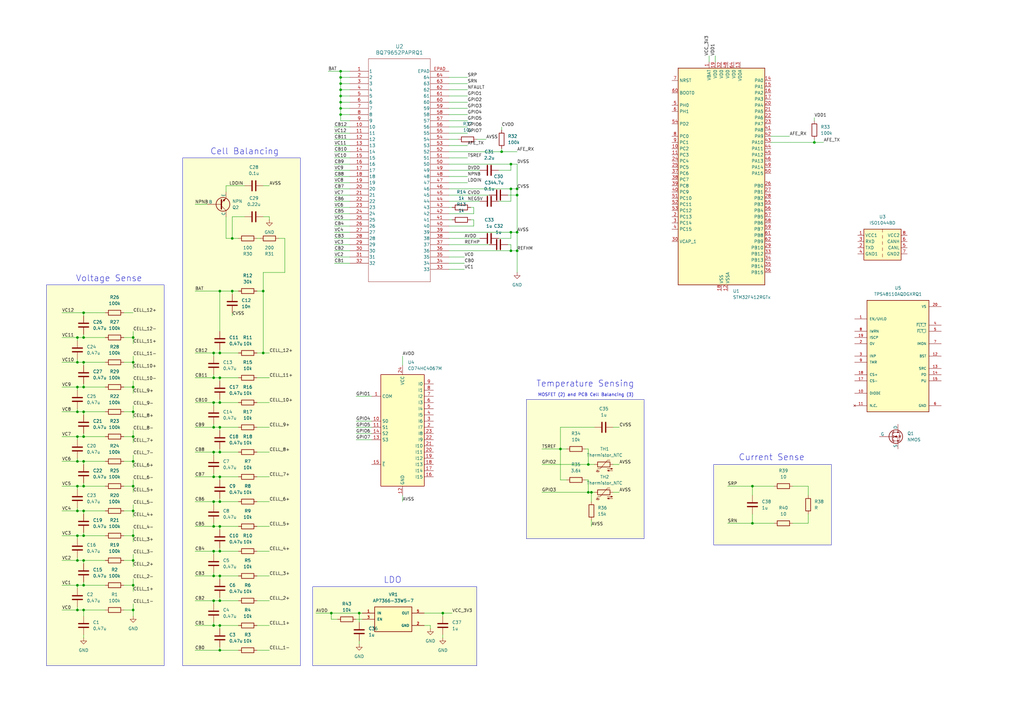
<source format=kicad_sch>
(kicad_sch (version 20250114) (generator "eeschema") (generator_version "9.0")
  (paper "A3")
  (rectangle (start 74.93 64.77) (end 123.19 273.05) (fill (type color) (color 252 255 209 1)))
  (rectangle (start 215.9 163.83) (end 264.16 220.98) (fill (type color) (color 252 255 209 1)))
  (rectangle (start 43.18 111.76) (end 43.18 111.76) (fill (type color) (color 255 249 164 1)))
  (rectangle (start 292.735 190.5) (end 340.995 223.52) (fill (type color) (color 252 255 209 1)))
  (rectangle (start 128.27 240.665) (end 195.58 273.05) (fill (type color) (color 252 255 209 1)))
  (rectangle (start 19.05 116.84) (end 67.31 273.05) (fill (type color) (color 252 255 209 1)))
  (text "Voltage Sense\n" (at 44.704 114.3 0) (effects (font (size 2.54 2.54))))
  (text "Current Sense\n" (at 316.484 187.706 0) (effects (font (size 2.54 2.54))))
  (text "MOSFET (2) and PCB Cell Balancing (3)" (at 240.284 162.052 0) (effects (font (size 1.27 1.27))))
  (text "Cell Balancing" (at 100.33 62.23 0) (effects (font (size 2.54 2.54))))
  (text "Temperature Sensing\n" (at 240.03 157.48 0) (effects (font (size 2.54 2.54))))
  (text "LDO" (at 161.036 237.998 0) (effects (font (size 2.54 2.54))))
  (junction (at 34.29 240.03))
  (junction (at 209.55 95.25))
  (junction (at 90.17 226.06))
  (junction (at 87.63 165.1))
  (junction (at 87.63 175.26))
  (junction (at 34.29 179.07))
  (junction (at 31.75 179.07))
  (junction (at 34.29 128.27))
  (junction (at 209.55 67.31))
  (junction (at 54.61 219.71))
  (junction (at 34.29 219.71))
  (junction (at 54.61 209.55))
  (junction (at 181.61 251.46))
  (junction (at 31.75 189.23))
  (junction (at 90.17 246.38))
  (junction (at 212.09 102.87))
  (junction (at 242.57 201.93))
  (junction (at 107.95 119.38))
  (junction (at 34.29 209.55))
  (junction (at 90.17 236.22))
  (junction (at 90.17 256.54))
  (junction (at 54.61 148.59))
  (junction (at 31.75 209.55))
  (junction (at 90.17 144.78))
  (junction (at 241.3 190.5))
  (junction (at 334.01 58.42))
  (junction (at 212.09 95.25))
  (junction (at 241.3 201.93))
  (junction (at 209.55 102.87))
  (junction (at 139.7 44.45))
  (junction (at 90.17 175.26))
  (junction (at 31.75 199.39))
  (junction (at 31.75 148.59))
  (junction (at 31.75 250.19))
  (junction (at 54.61 158.75))
  (junction (at 31.75 219.71))
  (junction (at 90.17 195.58))
  (junction (at 90.17 266.7))
  (junction (at 31.75 158.75))
  (junction (at 212.09 80.01))
  (junction (at 54.61 240.03))
  (junction (at 54.61 199.39))
  (junction (at 308.61 214.63))
  (junction (at 95.25 97.79))
  (junction (at 34.29 229.87))
  (junction (at 34.29 138.43))
  (junction (at 229.87 184.15))
  (junction (at 87.63 205.74))
  (junction (at 87.63 236.22))
  (junction (at 308.61 199.39))
  (junction (at 31.75 138.43))
  (junction (at 87.63 185.42))
  (junction (at 139.7 34.29))
  (junction (at 54.61 229.87))
  (junction (at 87.63 256.54))
  (junction (at 139.7 46.99))
  (junction (at 139.7 41.91))
  (junction (at 107.95 144.78))
  (junction (at 212.09 77.47))
  (junction (at 34.29 168.91))
  (junction (at 54.61 250.19))
  (junction (at 34.29 189.23))
  (junction (at 31.75 240.03))
  (junction (at 139.7 31.75))
  (junction (at 54.61 189.23))
  (junction (at 54.61 168.91))
  (junction (at 34.29 148.59))
  (junction (at 90.17 154.94))
  (junction (at 34.29 158.75))
  (junction (at 31.75 229.87))
  (junction (at 90.17 215.9))
  (junction (at 209.55 77.47))
  (junction (at 95.25 119.38))
  (junction (at 87.63 246.38))
  (junction (at 139.7 36.83))
  (junction (at 90.17 119.38))
  (junction (at 135.89 251.46))
  (junction (at 34.29 250.19))
  (junction (at 31.75 168.91))
  (junction (at 54.61 138.43))
  (junction (at 90.17 185.42))
  (junction (at 90.17 165.1))
  (junction (at 87.63 215.9))
  (junction (at 139.7 39.37))
  (junction (at 139.7 29.21))
  (junction (at 34.29 199.39))
  (junction (at 87.63 144.78))
  (junction (at 54.61 179.07))
  (junction (at 205.74 62.23))
  (junction (at 87.63 154.94))
  (junction (at 147.32 251.46))
  (junction (at 87.63 195.58))
  (junction (at 90.17 205.74))
  (junction (at 87.63 226.06))
  (wire (pts (xy 107.95 144.78) (xy 107.95 119.38)))
  (wire (pts (xy 87.63 165.1) (xy 87.63 166.37)))
  (wire (pts (xy 139.7 31.75) (xy 143.51 31.75)))
  (wire (pts (xy 184.15 59.69) (xy 191.77 59.69)))
  (wire (pts (xy 90.17 256.54) (xy 90.17 257.81)))
  (wire (pts (xy 143.51 49.53) (xy 139.7 49.53)))
  (wire (pts (xy 184.15 52.07) (xy 191.77 52.07)))
  (wire (pts (xy 25.4 209.55) (xy 31.75 209.55)))
  (wire (pts (xy 80.01 246.38) (xy 87.63 246.38)))
  (wire (pts (xy 135.89 251.46) (xy 135.89 254)))
  (wire (pts (xy 31.75 138.43) (xy 34.29 138.43)))
  (wire (pts (xy 134.62 29.21) (xy 139.7 29.21)))
  (wire (pts (xy 25.4 229.87) (xy 31.75 229.87)))
  (wire (pts (xy 139.7 34.29) (xy 139.7 36.83)))
  (wire (pts (xy 90.17 236.22) (xy 97.79 236.22)))
  (wire (pts (xy 34.29 148.59) (xy 43.18 148.59)))
  (wire (pts (xy 50.8 250.19) (xy 54.61 250.19)))
  (wire (pts (xy 80.01 165.1) (xy 87.63 165.1)))
  (wire (pts (xy 25.4 189.23) (xy 31.75 189.23)))
  (wire (pts (xy 31.75 147.32) (xy 31.75 148.59)))
  (wire (pts (xy 50.8 199.39) (xy 54.61 199.39)))
  (wire (pts (xy 139.7 36.83) (xy 143.51 36.83)))
  (wire (pts (xy 176.53 256.54) (xy 176.53 257.81)))
  (wire (pts (xy 184.15 46.99) (xy 191.77 46.99)))
  (wire (pts (xy 209.55 97.79) (xy 209.55 95.25)))
  (wire (pts (xy 184.15 62.23) (xy 205.74 62.23)))
  (wire (pts (xy 181.61 251.46) (xy 181.61 252.73)))
  (wire (pts (xy 212.09 77.47) (xy 212.09 80.01)))
  (wire (pts (xy 31.75 219.71) (xy 31.75 220.98)))
  (wire (pts (xy 54.61 156.21) (xy 54.61 158.75)))
  (wire (pts (xy 184.15 74.93) (xy 191.77 74.93)))
  (wire (pts (xy 229.87 196.85) (xy 232.41 196.85)))
  (wire (pts (xy 31.75 168.91) (xy 34.29 168.91)))
  (wire (pts (xy 184.15 64.77) (xy 191.77 64.77)))
  (wire (pts (xy 34.29 158.75) (xy 43.18 158.75)))
  (wire (pts (xy 105.41 154.94) (xy 110.49 154.94)))
  (wire (pts (xy 95.25 97.79) (xy 97.79 97.79)))
  (wire (pts (xy 209.55 77.47) (xy 209.55 82.55)))
  (wire (pts (xy 34.29 137.16) (xy 34.29 138.43)))
  (wire (pts (xy 34.29 189.23) (xy 34.29 190.5)))
  (wire (pts (xy 137.16 52.07) (xy 143.51 52.07)))
  (wire (pts (xy 184.15 34.29) (xy 191.77 34.29)))
  (wire (pts (xy 105.41 226.06) (xy 110.49 226.06)))
  (wire (pts (xy 34.29 148.59) (xy 34.29 149.86)))
  (wire (pts (xy 25.4 240.03) (xy 31.75 240.03)))
  (wire (pts (xy 137.16 69.85) (xy 143.51 69.85)))
  (wire (pts (xy 116.84 111.76) (xy 107.95 111.76)))
  (wire (pts (xy 31.75 209.55) (xy 34.29 209.55)))
  (wire (pts (xy 34.29 229.87) (xy 43.18 229.87)))
  (wire (pts (xy 90.17 224.79) (xy 90.17 226.06)))
  (wire (pts (xy 31.75 228.6) (xy 31.75 229.87)))
  (wire (pts (xy 137.16 95.25) (xy 143.51 95.25)))
  (wire (pts (xy 90.17 143.51) (xy 90.17 144.78)))
  (wire (pts (xy 54.61 158.75) (xy 54.61 161.29)))
  (wire (pts (xy 209.55 77.47) (xy 212.09 77.47)))
  (wire (pts (xy 193.04 90.17) (xy 194.31 90.17)))
  (wire (pts (xy 31.75 179.07) (xy 34.29 179.07)))
  (wire (pts (xy 31.75 138.43) (xy 31.75 139.7)))
  (wire (pts (xy 165.1 146.05) (xy 165.1 149.86)))
  (wire (pts (xy 31.75 199.39) (xy 31.75 200.66)))
  (wire (pts (xy 195.58 57.15) (xy 199.39 57.15)))
  (wire (pts (xy 229.87 184.15) (xy 232.41 184.15)))
  (wire (pts (xy 325.12 214.63) (xy 331.47 214.63)))
  (wire (pts (xy 87.63 153.67) (xy 87.63 154.94)))
  (wire (pts (xy 107.95 88.9) (xy 110.49 88.9)))
  (wire (pts (xy 240.03 196.85) (xy 241.3 196.85)))
  (wire (pts (xy 54.61 199.39) (xy 54.61 201.93)))
  (wire (pts (xy 31.75 148.59) (xy 34.29 148.59)))
  (wire (pts (xy 137.16 67.31) (xy 143.51 67.31)))
  (wire (pts (xy 90.17 154.94) (xy 90.17 156.21)))
  (wire (pts (xy 90.17 226.06) (xy 97.79 226.06)))
  (wire (pts (xy 146.05 172.72) (xy 152.4 172.72)))
  (wire (pts (xy 137.16 64.77) (xy 143.51 64.77)))
  (wire (pts (xy 80.01 215.9) (xy 87.63 215.9)))
  (wire (pts (xy 139.7 46.99) (xy 143.51 46.99)))
  (wire (pts (xy 184.15 90.17) (xy 185.42 90.17)))
  (wire (pts (xy 87.63 144.78) (xy 90.17 144.78)))
  (wire (pts (xy 146.05 254) (xy 148.59 254)))
  (wire (pts (xy 184.15 102.87) (xy 209.55 102.87)))
  (wire (pts (xy 90.17 144.78) (xy 97.79 144.78)))
  (wire (pts (xy 95.25 128.27) (xy 95.25 129.54)))
  (wire (pts (xy 25.4 148.59) (xy 31.75 148.59)))
  (wire (pts (xy 184.15 41.91) (xy 191.77 41.91)))
  (wire (pts (xy 80.01 226.06) (xy 87.63 226.06)))
  (wire (pts (xy 54.61 179.07) (xy 54.61 181.61)))
  (wire (pts (xy 90.17 119.38) (xy 95.25 119.38)))
  (wire (pts (xy 137.16 62.23) (xy 143.51 62.23)))
  (wire (pts (xy 139.7 34.29) (xy 143.51 34.29)))
  (wire (pts (xy 298.45 199.39) (xy 308.61 199.39)))
  (wire (pts (xy 137.16 54.61) (xy 143.51 54.61)))
  (wire (pts (xy 105.41 185.42) (xy 110.49 185.42)))
  (wire (pts (xy 34.29 218.44) (xy 34.29 219.71)))
  (wire (pts (xy 205.74 62.23) (xy 212.09 62.23)))
  (wire (pts (xy 95.25 88.9) (xy 100.33 88.9)))
  (wire (pts (xy 54.61 219.71) (xy 54.61 222.25)))
  (wire (pts (xy 92.71 76.2) (xy 100.33 76.2)))
  (wire (pts (xy 308.61 210.82) (xy 308.61 214.63)))
  (wire (pts (xy 87.63 154.94) (xy 90.17 154.94)))
  (wire (pts (xy 137.16 82.55) (xy 143.51 82.55)))
  (wire (pts (xy 54.61 227.33) (xy 54.61 229.87)))
  (wire (pts (xy 204.47 97.79) (xy 209.55 97.79)))
  (wire (pts (xy 90.17 256.54) (xy 97.79 256.54)))
  (wire (pts (xy 308.61 214.63) (xy 317.5 214.63)))
  (wire (pts (xy 80.01 195.58) (xy 87.63 195.58)))
  (wire (pts (xy 54.61 146.05) (xy 54.61 148.59)))
  (wire (pts (xy 87.63 246.38) (xy 90.17 246.38)))
  (wire (pts (xy 222.25 184.15) (xy 229.87 184.15)))
  (wire (pts (xy 25.4 158.75) (xy 31.75 158.75)))
  (wire (pts (xy 90.17 163.83) (xy 90.17 165.1)))
  (wire (pts (xy 34.29 260.35) (xy 34.29 261.62)))
  (wire (pts (xy 34.29 138.43) (xy 43.18 138.43)))
  (wire (pts (xy 90.17 175.26) (xy 97.79 175.26)))
  (wire (pts (xy 240.03 184.15) (xy 241.3 184.15)))
  (wire (pts (xy 241.3 184.15) (xy 241.3 190.5)))
  (wire (pts (xy 105.41 256.54) (xy 110.49 256.54)))
  (wire (pts (xy 80.01 175.26) (xy 87.63 175.26)))
  (wire (pts (xy 54.61 207.01) (xy 54.61 209.55)))
  (wire (pts (xy 54.61 250.19) (xy 54.61 252.73)))
  (wire (pts (xy 139.7 29.21) (xy 139.7 31.75)))
  (wire (pts (xy 181.61 260.35) (xy 181.61 261.62)))
  (wire (pts (xy 31.75 248.92) (xy 31.75 250.19)))
  (wire (pts (xy 34.29 168.91) (xy 43.18 168.91)))
  (wire (pts (xy 90.17 119.38) (xy 90.17 135.89)))
  (wire (pts (xy 95.25 97.79) (xy 95.25 88.9)))
  (wire (pts (xy 50.8 148.59) (xy 54.61 148.59)))
  (wire (pts (xy 80.01 236.22) (xy 87.63 236.22)))
  (wire (pts (xy 325.12 199.39) (xy 331.47 199.39)))
  (wire (pts (xy 54.61 209.55) (xy 54.61 212.09)))
  (wire (pts (xy 251.46 175.26) (xy 254 175.26)))
  (wire (pts (xy 242.57 213.36) (xy 242.57 215.9)))
  (wire (pts (xy 105.41 236.22) (xy 110.49 236.22)))
  (wire (pts (xy 173.99 256.54) (xy 176.53 256.54)))
  (wire (pts (xy 105.41 97.79) (xy 106.68 97.79)))
  (wire (pts (xy 184.15 105.41) (xy 190.5 105.41)))
  (wire (pts (xy 147.32 251.46) (xy 148.59 251.46)))
  (wire (pts (xy 209.55 100.33) (xy 209.55 102.87)))
  (wire (pts (xy 50.8 219.71) (xy 54.61 219.71)))
  (wire (pts (xy 105.41 175.26) (xy 110.49 175.26)))
  (wire (pts (xy 308.61 199.39) (xy 308.61 203.2)))
  (wire (pts (xy 209.55 102.87) (xy 212.09 102.87)))
  (wire (pts (xy 80.01 266.7) (xy 90.17 266.7)))
  (wire (pts (xy 90.17 175.26) (xy 90.17 176.53)))
  (wire (pts (xy 184.15 97.79) (xy 196.85 97.79)))
  (wire (pts (xy 137.16 87.63) (xy 143.51 87.63)))
  (wire (pts (xy 34.29 198.12) (xy 34.29 199.39)))
  (wire (pts (xy 194.31 87.63) (xy 194.31 85.09)))
  (wire (pts (xy 34.29 209.55) (xy 43.18 209.55)))
  (wire (pts (xy 90.17 246.38) (xy 97.79 246.38)))
  (wire (pts (xy 92.71 97.79) (xy 95.25 97.79)))
  (wire (pts (xy 116.84 97.79) (xy 116.84 111.76)))
  (wire (pts (xy 31.75 189.23) (xy 34.29 189.23)))
  (wire (pts (xy 90.17 185.42) (xy 97.79 185.42)))
  (wire (pts (xy 54.61 217.17) (xy 54.61 219.71)))
  (wire (pts (xy 95.25 119.38) (xy 97.79 119.38)))
  (wire (pts (xy 90.17 215.9) (xy 90.17 217.17)))
  (wire (pts (xy 87.63 173.99) (xy 87.63 175.26)))
  (wire (pts (xy 137.16 74.93) (xy 143.51 74.93)))
  (wire (pts (xy 31.75 229.87) (xy 34.29 229.87)))
  (wire (pts (xy 31.75 158.75) (xy 34.29 158.75)))
  (wire (pts (xy 50.8 240.03) (xy 54.61 240.03)))
  (wire (pts (xy 31.75 240.03) (xy 34.29 240.03)))
  (wire (pts (xy 137.16 102.87) (xy 143.51 102.87)))
  (wire (pts (xy 54.61 247.65) (xy 54.61 250.19)))
  (wire (pts (xy 34.29 250.19) (xy 34.29 252.73)))
  (wire (pts (xy 90.17 204.47) (xy 90.17 205.74)))
  (wire (pts (xy 229.87 175.26) (xy 243.84 175.26)))
  (wire (pts (xy 50.8 229.87) (xy 54.61 229.87)))
  (wire (pts (xy 184.15 100.33) (xy 200.66 100.33)))
  (wire (pts (xy 54.61 138.43) (xy 54.61 140.97)))
  (wire (pts (xy 87.63 144.78) (xy 87.63 146.05)))
  (wire (pts (xy 290.83 22.86) (xy 290.83 25.4)))
  (wire (pts (xy 222.25 190.5) (xy 241.3 190.5)))
  (wire (pts (xy 90.17 205.74) (xy 97.79 205.74)))
  (wire (pts (xy 137.16 97.79) (xy 143.51 97.79)))
  (wire (pts (xy 184.15 85.09) (xy 185.42 85.09)))
  (wire (pts (xy 139.7 41.91) (xy 143.51 41.91)))
  (wire (pts (xy 139.7 46.99) (xy 139.7 49.53)))
  (wire (pts (xy 87.63 185.42) (xy 90.17 185.42)))
  (wire (pts (xy 107.95 144.78) (xy 110.49 144.78)))
  (wire (pts (xy 90.17 165.1) (xy 97.79 165.1)))
  (wire (pts (xy 105.41 215.9) (xy 110.49 215.9)))
  (wire (pts (xy 293.37 22.86) (xy 293.37 25.4)))
  (wire (pts (xy 50.8 179.07) (xy 54.61 179.07)))
  (wire (pts (xy 80.01 256.54) (xy 87.63 256.54)))
  (wire (pts (xy 50.8 189.23) (xy 54.61 189.23)))
  (wire (pts (xy 139.7 31.75) (xy 139.7 34.29)))
  (wire (pts (xy 31.75 179.07) (xy 31.75 180.34)))
  (wire (pts (xy 92.71 88.9) (xy 92.71 97.79)))
  (wire (pts (xy 80.01 119.38) (xy 90.17 119.38)))
  (wire (pts (xy 25.4 219.71) (xy 31.75 219.71)))
  (wire (pts (xy 229.87 184.15) (xy 229.87 175.26)))
  (wire (pts (xy 80.01 185.42) (xy 87.63 185.42)))
  (wire (pts (xy 34.29 128.27) (xy 34.29 129.54)))
  (wire (pts (xy 135.89 254) (xy 138.43 254)))
  (wire (pts (xy 251.46 190.5) (xy 254 190.5)))
  (wire (pts (xy 331.47 210.82) (xy 331.47 214.63)))
  (wire (pts (xy 331.47 203.2) (xy 331.47 199.39)))
  (wire (pts (xy 34.29 179.07) (xy 43.18 179.07)))
  (wire (pts (xy 212.09 80.01) (xy 212.09 95.25)))
  (wire (pts (xy 137.16 72.39) (xy 143.51 72.39)))
  (wire (pts (xy 146.05 180.34) (xy 152.4 180.34)))
  (wire (pts (xy 105.41 119.38) (xy 107.95 119.38)))
  (wire (pts (xy 54.61 237.49) (xy 54.61 240.03)))
  (wire (pts (xy 54.61 166.37) (xy 54.61 168.91)))
  (wire (pts (xy 146.05 175.26) (xy 152.4 175.26)))
  (wire (pts (xy 139.7 44.45) (xy 143.51 44.45)))
  (wire (pts (xy 241.3 196.85) (xy 241.3 201.93)))
  (wire (pts (xy 34.29 157.48) (xy 34.29 158.75)))
  (wire (pts (xy 184.15 107.95) (xy 190.5 107.95)))
  (wire (pts (xy 316.23 58.42) (xy 334.01 58.42)))
  (wire (pts (xy 50.8 138.43) (xy 54.61 138.43)))
  (wire (pts (xy 54.61 240.03) (xy 54.61 242.57)))
  (wire (pts (xy 184.15 44.45) (xy 191.77 44.45)))
  (wire (pts (xy 90.17 215.9) (xy 97.79 215.9)))
  (wire (pts (xy 184.15 49.53) (xy 191.77 49.53)))
  (wire (pts (xy 137.16 77.47) (xy 143.51 77.47)))
  (wire (pts (xy 34.29 209.55) (xy 34.29 210.82)))
  (wire (pts (xy 184.15 77.47) (xy 209.55 77.47)))
  (wire (pts (xy 242.57 201.93) (xy 243.84 201.93)))
  (wire (pts (xy 54.61 186.69) (xy 54.61 189.23)))
  (wire (pts (xy 31.75 250.19) (xy 34.29 250.19)))
  (wire (pts (xy 105.41 144.78) (xy 107.95 144.78)))
  (wire (pts (xy 34.29 199.39) (xy 43.18 199.39)))
  (wire (pts (xy 87.63 226.06) (xy 87.63 227.33)))
  (wire (pts (xy 50.8 209.55) (xy 54.61 209.55)))
  (wire (pts (xy 181.61 251.46) (xy 185.42 251.46)))
  (wire (pts (xy 316.23 55.88) (xy 323.85 55.88)))
  (wire (pts (xy 184.15 57.15) (xy 187.96 57.15)))
  (wire (pts (xy 105.41 165.1) (xy 110.49 165.1)))
  (wire (pts (xy 205.74 52.07) (xy 205.74 53.34)))
  (wire (pts (xy 194.31 92.71) (xy 194.31 90.17)))
  (wire (pts (xy 184.15 95.25) (xy 209.55 95.25)))
  (wire (pts (xy 87.63 175.26) (xy 90.17 175.26)))
  (wire (pts (xy 241.3 201.93) (xy 242.57 201.93)))
  (wire (pts (xy 87.63 226.06) (xy 90.17 226.06)))
  (wire (pts (xy 80.01 144.78) (xy 87.63 144.78)))
  (wire (pts (xy 31.75 219.71) (xy 34.29 219.71)))
  (wire (pts (xy 184.15 31.75) (xy 191.77 31.75)))
  (wire (pts (xy 137.16 92.71) (xy 143.51 92.71)))
  (wire (pts (xy 87.63 255.27) (xy 87.63 256.54)))
  (wire (pts (xy 137.16 107.95) (xy 143.51 107.95)))
  (wire (pts (xy 34.29 128.27) (xy 43.18 128.27)))
  (wire (pts (xy 298.45 214.63) (xy 308.61 214.63)))
  (wire (pts (xy 87.63 205.74) (xy 90.17 205.74)))
  (wire (pts (xy 80.01 205.74) (xy 87.63 205.74)))
  (wire (pts (xy 90.17 195.58) (xy 97.79 195.58)))
  (wire (pts (xy 34.29 240.03) (xy 43.18 240.03)))
  (wire (pts (xy 87.63 185.42) (xy 87.63 186.69)))
  (wire (pts (xy 54.61 229.87) (xy 54.61 232.41)))
  (wire (pts (xy 251.46 201.93) (xy 254 201.93)))
  (wire (pts (xy 209.55 69.85) (xy 209.55 67.31)))
  (wire (pts (xy 146.05 162.56) (xy 152.4 162.56)))
  (wire (pts (xy 184.15 80.01) (xy 200.66 80.01)))
  (wire (pts (xy 25.4 128.27) (xy 34.29 128.27)))
  (wire (pts (xy 114.3 97.79) (xy 116.84 97.79)))
  (wire (pts (xy 50.8 158.75) (xy 54.61 158.75)))
  (wire (pts (xy 137.16 57.15) (xy 143.51 57.15)))
  (wire (pts (xy 34.29 219.71) (xy 43.18 219.71)))
  (wire (pts (xy 31.75 167.64) (xy 31.75 168.91)))
  (wire (pts (xy 34.29 238.76) (xy 34.29 240.03)))
  (wire (pts (xy 147.32 251.46) (xy 147.32 255.27)))
  (wire (pts (xy 146.05 177.8) (xy 152.4 177.8)))
  (wire (pts (xy 87.63 234.95) (xy 87.63 236.22)))
  (wire (pts (xy 50.8 168.91) (xy 54.61 168.91)))
  (wire (pts (xy 241.3 190.5) (xy 243.84 190.5)))
  (wire (pts (xy 107.95 76.2) (xy 110.49 76.2)))
  (wire (pts (xy 147.32 262.89) (xy 147.32 264.16)))
  (wire (pts (xy 34.29 189.23) (xy 43.18 189.23)))
  (wire (pts (xy 165.1 203.2) (xy 165.1 205.74)))
  (wire (pts (xy 31.75 199.39) (xy 34.29 199.39)))
  (wire (pts (xy 334.01 58.42) (xy 337.82 58.42)))
  (wire (pts (xy 54.61 148.59) (xy 54.61 151.13)))
  (wire (pts (xy 90.17 245.11) (xy 90.17 246.38)))
  (wire (pts (xy 25.4 179.07) (xy 31.75 179.07)))
  (wire (pts (xy 212.09 95.25) (xy 212.09 102.87)))
  (wire (pts (xy 34.29 229.87) (xy 34.29 231.14)))
  (wire (pts (xy 54.61 196.85) (xy 54.61 199.39)))
  (wire (pts (xy 229.87 184.15) (xy 229.87 196.85)))
  (wire (pts (xy 137.16 59.69) (xy 143.51 59.69)))
  (wire (pts (xy 31.75 158.75) (xy 31.75 160.02)))
  (wire (pts (xy 139.7 44.45) (xy 139.7 46.99)))
  (wire (pts (xy 92.71 78.74) (xy 92.71 76.2)))
  (wire (pts (xy 50.8 128.27) (xy 54.61 128.27)))
  (wire (pts (xy 212.09 67.31) (xy 212.09 77.47)))
  (wire (pts (xy 137.16 85.09) (xy 143.51 85.09)))
  (wire (pts (xy 137.16 105.41) (xy 143.51 105.41)))
  (wire (pts (xy 184.15 39.37) (xy 191.77 39.37)))
  (wire (pts (xy 54.61 189.23) (xy 54.61 191.77)))
  (wire (pts (xy 334.01 48.26) (xy 334.01 49.53)))
  (wire (pts (xy 139.7 36.83) (xy 139.7 39.37)))
  (wire (pts (xy 204.47 82.55) (xy 209.55 82.55)))
  (wire (pts (xy 80.01 83.82) (xy 85.09 83.82)))
  (wire (pts (xy 222.25 201.93) (xy 241.3 201.93)))
  (wire (pts (xy 90.17 236.22) (xy 90.17 237.49)))
  (wire (pts (xy 87.63 194.31) (xy 87.63 195.58)))
  (wire (pts (xy 209.55 95.25) (xy 212.09 95.25)))
  (wire (pts (xy 139.7 39.37) (xy 139.7 41.91)))
  (wire (pts (xy 135.89 251.46) (xy 147.32 251.46)))
  (wire (pts (xy 205.74 60.96) (xy 205.74 62.23)))
  (wire (pts (xy 90.17 195.58) (xy 90.17 196.85)))
  (wire (pts (xy 90.17 154.94) (xy 97.79 154.94)))
  (wire (pts (xy 34.29 250.19) (xy 43.18 250.19)))
  (wire (pts (xy 184.15 36.83) (xy 191.77 36.83)))
  (wire (pts (xy 31.75 187.96) (xy 31.75 189.23)))
  (wire (pts (xy 334.01 57.15) (xy 334.01 58.42)))
  (wire (pts (xy 208.28 80.01) (xy 212.09 80.01)))
  (wire (pts (xy 308.61 199.39) (xy 317.5 199.39)))
  (wire (pts (xy 34.29 177.8) (xy 34.29 179.07)))
  (wire (pts (xy 105.41 266.7) (xy 110.49 266.7)))
  (wire (pts (xy 31.75 208.28) (xy 31.75 209.55)))
  (wire (pts (xy 208.28 100.33) (xy 209.55 100.33)))
  (wire (pts (xy 87.63 195.58) (xy 90.17 195.58)))
  (wire (pts (xy 87.63 246.38) (xy 87.63 247.65)))
  (wire (pts (xy 87.63 256.54) (xy 90.17 256.54)))
  (wire (pts (xy 25.4 199.39) (xy 31.75 199.39)))
  (wire (pts (xy 242.57 201.93) (xy 242.57 205.74)))
  (wire (pts (xy 54.61 168.91) (xy 54.61 171.45)))
  (wire (pts (xy 25.4 138.43) (xy 31.75 138.43)))
  (wire (pts (xy 184.15 67.31) (xy 209.55 67.31)))
  (wire (pts (xy 105.41 205.74) (xy 110.49 205.74)))
  (wire (pts (xy 204.47 69.85) (xy 209.55 69.85)))
  (wire (pts (xy 25.4 250.19) (xy 31.75 250.19)))
  (wire (pts (xy 184.15 87.63) (xy 194.31 87.63)))
  (wire (pts (xy 87.63 236.22) (xy 90.17 236.22)))
  (wire (pts (xy 212.09 102.87) (xy 212.09 111.76)))
  (wire (pts (xy 184.15 69.85) (xy 196.85 69.85)))
  (wire (pts (xy 87.63 215.9) (xy 90.17 215.9)))
  (wire (pts (xy 25.4 168.91) (xy 31.75 168.91)))
  (wire (pts (xy 139.7 29.21) (xy 143.51 29.21)))
  (wire (pts (xy 87.63 214.63) (xy 87.63 215.9)))
  (wire (pts (xy 34.29 168.91) (xy 34.29 170.18)))
  (wire (pts (xy 184.15 72.39) (xy 191.77 72.39)))
  (wire (pts (xy 90.17 184.15) (xy 90.17 185.42)))
  (wire (pts (xy 54.61 176.53) (xy 54.61 179.07)))
  (wire (pts (xy 139.7 41.91) (xy 139.7 44.45)))
  (wire (pts (xy 137.16 90.17) (xy 143.51 90.17)))
  (wire (pts (xy 139.7 39.37) (xy 143.51 39.37)))
  (wire (pts (xy 193.04 85.09) (xy 194.31 85.09)))
  (wire (pts (xy 105.41 246.38) (xy 110.49 246.38)))
  (wire (pts (xy 107.95 111.76) (xy 107.95 119.38)))
  (wire (pts (xy 54.61 135.89) (xy 54.61 138.43)))
  (wire (pts (xy 173.99 251.46) (xy 181.61 251.46)))
  (wire (pts (xy 129.54 251.46) (xy 135.89 251.46)))
  (wire (pts (xy 90.17 265.43) (xy 90.17 266.7)))
  (wire (pts (xy 90.17 266.7) (xy 97.79 266.7)))
  (wire (pts (xy 184.15 82.55) (xy 196.85 82.55)))
  (wire (pts (xy 137.16 80.01) (xy 143.51 80.01)))
  (wire (pts (xy 80.01 154.94) (xy 87.63 154.94)))
  (wire (pts (xy 209.55 67.31) (xy 212.09 67.31)))
  (wire (pts (xy 184.15 92.71) (xy 194.31 92.71)))
  (wire (pts (xy 87.63 205.74) (xy 87.63 207.01)))
  (wire (pts (xy 31.75 240.03) (xy 31.75 241.3)))
  (wire (pts (xy 110.49 88.9) (xy 110.49 90.17)))
  (wire (pts (xy 105.41 195.58) (xy 110.49 195.58)))
  (wire (pts (xy 184.15 54.61) (xy 191.77 54.61)))
  (wire (pts (xy 87.63 165.1) (xy 90.17 165.1)))
  (wire (pts (xy 95.25 119.38) (xy 95.25 120.65)))
  (wire (pts (xy 184.15 110.49) (xy 190.5 110.49)))
  (wire (pts (xy 137.16 100.33) (xy 143.51 100.33)))
  (label "VC12" (at 137.16 54.61 0))
  (label "CELL_4+" (at 110.49 226.06 0))
  (label "CB9" (at 80.01 175.26 0))
  (label "VC4" (at 25.4 209.55 0))
  (label "CB12" (at 80.01 144.78 0))
  (label "CB7" (at 137.16 77.47 0))
  (label "CELL_9+" (at 54.61 161.29 0))
  (label "VC1" (at 190.5 110.49 0))
  (label "CELL_2+" (at 110.49 246.38 0))
  (label "GPIO1" (at 191.77 39.37 0))
  (label "CB0" (at 80.01 266.7 0))
  (label "CB1" (at 137.16 107.95 0))
  (label "VC1" (at 25.4 240.03 0))
  (label "NPNB" (at 80.01 83.82 0))
  (label "CB2" (at 137.16 102.87 0))
  (label "CELL_8+" (at 110.49 185.42 0))
  (label "SRN" (at 298.45 214.63 0))
  (label "VC4" (at 137.16 95.25 0))
  (label "CVSS" (at 212.09 77.47 0))
  (label "CB11" (at 80.01 154.94 0))
  (label "VC5" (at 137.16 90.17 0))
  (label "VC12" (at 25.4 128.27 0))
  (label "CELL_6-" (at 54.61 196.85 0))
  (label "REFHM" (at 212.09 102.87 0))
  (label "AVDD" (at 190.5 97.79 0))
  (label "VC11" (at 137.16 59.69 0))
  (label "CELL_12+" (at 110.49 144.78 0))
  (label "BAT" (at 134.62 29.21 0))
  (label "AVDD" (at 129.54 251.46 0))
  (label "CELL_1+" (at 54.61 242.57 0))
  (label "GPIO4" (at 191.77 46.99 0))
  (label "CELL_4-" (at 54.61 217.17 0))
  (label "VC6" (at 25.4 189.23 0))
  (label "CB1" (at 80.01 256.54 0))
  (label "CELL_12+" (at 54.61 128.27 0))
  (label "NFAULT" (at 191.77 36.83 0))
  (label "AFE_RX" (at 212.09 62.23 0))
  (label "LDOIN" (at 93.98 76.2 0))
  (label "CB11" (at 137.16 57.15 0))
  (label "VC9" (at 137.16 69.85 0))
  (label "CB10" (at 137.16 62.23 0))
  (label "GPIO2" (at 191.77 41.91 0))
  (label "AVSS" (at 242.57 215.9 0))
  (label "VC0" (at 25.4 250.19 0))
  (label "CELL_9+" (at 110.49 175.26 0))
  (label "CELL_10-" (at 54.61 156.21 0))
  (label "GPIO3" (at 191.77 44.45 0))
  (label "TSREF" (at 222.25 184.15 0))
  (label "CVSS" (at 95.25 129.54 0))
  (label "CELL_2+" (at 54.61 232.41 0))
  (label "CB7" (at 80.01 195.58 0))
  (label "VC2" (at 25.4 229.87 0))
  (label "CB3" (at 137.16 97.79 0))
  (label "CB3" (at 80.01 236.22 0))
  (label "NEG5V" (at 191.77 82.55 0))
  (label "NPNB" (at 191.77 72.39 0))
  (label "CB12" (at 137.16 52.07 0))
  (label "CELL_5+" (at 110.49 215.9 0))
  (label "AFE_RX" (at 323.85 55.88 0))
  (label "SRN" (at 191.77 34.29 0))
  (label "GPIO7" (at 146.05 180.34 0))
  (label "CELL_7+" (at 54.61 181.61 0))
  (label "CELL_11+" (at 54.61 140.97 0))
  (label "AVSS" (at 199.39 57.15 0))
  (label "CB4" (at 80.01 226.06 0))
  (label "VC5" (at 25.4 199.39 0))
  (label "DVSS" (at 212.09 67.31 0))
  (label "CB6" (at 137.16 82.55 0))
  (label "VCC_3V3" (at 290.83 22.86 90))
  (label "CELL_7+" (at 110.49 195.58 0))
  (label "CELL_5+" (at 54.61 201.93 0))
  (label "REFHP" (at 190.5 100.33 0))
  (label "CB6" (at 80.01 205.74 0))
  (label "VC3" (at 25.4 219.71 0))
  (label "CELL_1+" (at 110.49 256.54 0))
  (label "GPIO7" (at 191.77 54.61 0))
  (label "BAT" (at 80.01 119.38 0))
  (label "CELL_2-" (at 54.61 237.49 0))
  (label "AFE_TX" (at 337.82 58.42 0))
  (label "CELL_11+" (at 110.49 154.94 0))
  (label "GPIO2" (at 222.25 190.5 0))
  (label "CELL_3-" (at 54.61 227.33 0))
  (label "CELL_7-" (at 54.61 186.69 0))
  (label "AVDD" (at 165.1 146.05 0))
  (label "VC0" (at 190.5 105.41 0))
  (label "AFE_TX" (at 191.77 59.69 0))
  (label "CELL_6+" (at 54.61 191.77 0))
  (label "GPIO4" (at 146.05 172.72 0))
  (label "CB9" (at 137.16 67.31 0))
  (label "AVSS" (at 212.09 95.25 0))
  (label "AVSS" (at 110.49 76.2 0))
  (label "CVDD" (at 191.77 80.01 0))
  (label "GPIO3" (at 222.25 201.93 0))
  (label "CB2" (at 80.01 246.38 0))
  (label "VCC_3V3" (at 185.42 251.46 0))
  (label "VC7" (at 137.16 80.01 0))
  (label "VC7" (at 25.4 179.07 0))
  (label "VC8" (at 25.4 168.91 0))
  (label "AVSS" (at 254 201.93 0))
  (label "CB8" (at 80.01 185.42 0))
  (label "CVDD" (at 205.74 52.07 0))
  (label "GPIO5" (at 191.77 49.53 0))
  (label "GPIO6" (at 146.05 177.8 0))
  (label "GPIO6" (at 191.77 52.07 0))
  (label "CELL_1-" (at 54.61 247.65 0))
  (label "CELL_10+" (at 110.49 165.1 0))
  (label "CB5" (at 80.01 215.9 0))
  (label "CELL_1-" (at 110.49 266.7 0))
  (label "GPIO5" (at 146.05 175.26 0))
  (label "VC3" (at 137.16 100.33 0))
  (label "CELL_5-" (at 54.61 207.01 0))
  (label "GPIO1" (at 146.05 162.56 0))
  (label "CELL_6+" (at 110.49 205.74 0))
  (label "VC9" (at 25.4 158.75 0))
  (label "CELL_3+" (at 54.61 222.25 0))
  (label "CB10" (at 80.01 165.1 0))
  (label "VC8" (at 137.16 74.93 0))
  (label "CVSS" (at 254 175.26 0))
  (label "CELL_8+" (at 54.61 171.45 0))
  (label "CELL_11-" (at 54.61 146.05 0))
  (label "CELL_12-" (at 54.61 135.89 0))
  (label "VC10" (at 137.16 64.77 0))
  (label "CELL_4+" (at 54.61 212.09 0))
  (label "CB0" (at 190.5 107.95 0))
  (label "CELL_9-" (at 54.61 166.37 0))
  (label "SRP" (at 298.45 199.39 0))
  (label "CELL_8-" (at 54.61 176.53 0))
  (label "VC10" (at 25.4 148.59 0))
  (label "CB8" (at 137.16 72.39 0))
  (label "VDD1" (at 334.01 48.26 0))
  (label "VDD1" (at 293.37 22.86 90))
  (label "AVSS" (at 165.1 205.74 0))
  (label "VC2" (at 137.16 105.41 0))
  (label "VC11" (at 25.4 138.43 0))
  (label "DVDD" (at 191.77 69.85 0))
  (label "LDOIN" (at 191.77 74.93 0))
  (label "VC6" (at 137.16 85.09 0))
  (label "CB5" (at 137.16 87.63 0))
  (label "AVSS" (at 254 190.5 0))
  (label "SRP" (at 191.77 31.75 0))
  (label "CELL_10+" (at 54.61 151.13 0))
  (label "TSREF" (at 191.77 64.77 0))
  (label "CELL_3+" (at 110.49 236.22 0))
  (label "CB4" (at 137.16 92.71 0))
  (symbol (lib_id "Device:R") (at 101.6 97.79 90) (mirror x) (unit 1)
    (property "Reference" "R30" (at 101.6 104.14 90))
    (property "Value" "100" (at 101.6 101.6 90))
    (property "Description" "Resistor" (effects (hide yes)))
  )
  (symbol (lib_id "Device:R") (at 46.99 250.19 90) (unit 1)
    (property "Reference" "R1" (at 46.99 243.84 90))
    (property "Value" "100k" (at 46.99 246.38 90))
    (property "Description" "Resistor" (effects (hide yes)))
  )
  (symbol (lib_id "Device:C") (at 31.75 163.83 0) (unit 1)
    (property "Reference" "C25" (at 35.56 162.5599 0) (effects (justify left)))
    (property "Value" "0.47u" (at 35.56 165.0999 0) (effects (justify left)))
    (property "Description" "Unpolarized capacitor" (effects (hide yes)))
  )
  (symbol (lib_id "Device:C") (at 90.17 241.3 0) (unit 1)
    (property "Reference" "C6" (at 93.98 240.0299 0) (effects (justify left)))
    (property "Value" "0.47u" (at 93.98 242.5699 0) (effects (justify left)))
    (property "Description" "Unpolarized capacitor" (effects (hide yes)))
  )
  (symbol (lib_id "Device:C") (at 247.65 175.26 90) (unit 1)
    (property "Reference" "C35" (at 247.65 167.64 90))
    (property "Value" "1u" (at 247.65 170.18 90))
    (property "Description" "Unpolarized capacitor" (effects (hide yes)))
  )
  (symbol (lib_id "Device:R") (at 46.99 148.59 90) (unit 1)
    (property "Reference" "R28" (at 46.99 142.24 90))
    (property "Value" "100k" (at 46.99 144.78 90))
    (property "Description" "Resistor" (effects (hide yes)))
  )
  (symbol (lib_id "Device:R") (at 46.99 158.75 90) (unit 1)
    (property "Reference" "R29" (at 46.99 152.4 90))
    (property "Value" "100k" (at 46.99 154.94 90))
    (property "Description" "Resistor" (effects (hide yes)))
  )
  (symbol (lib_id "Device:C") (at 181.61 256.54 0) (unit 1)
    (property "Reference" "C37" (at 185.42 255.2699 0) (effects (justify left)))
    (property "Value" "1u" (at 185.42 257.8099 0) (effects (justify left)))
    (property "Description" "Unpolarized capacitor" (effects (hide yes)))
  )
  (symbol (lib_id "Device:C") (at 104.14 76.2 270) (mirror x) (unit 1)
    (property "Reference" "C28" (at 104.14 68.58 90))
    (property "Value" "0.1u" (at 104.14 71.12 90))
    (property "Description" "Unpolarized capacitor" (effects (hide yes)))
  )
  (symbol (lib_id "Device:R") (at 142.24 254 90) (unit 1)
    (property "Reference" "R43" (at 142.24 247.65 90))
    (property "Value" "10k" (at 142.24 250.19 90))
    (property "Description" "Resistor" (effects (hide yes)))
  )
  (symbol (lib_id "Device:R") (at 191.77 57.15 90) (unit 1)
    (property "Reference" "R37" (at 191.77 50.8 90))
    (property "Value" "10k" (at 191.77 53.34 90))
    (property "Description" "Resistor" (effects (hide yes)))
  )
  (symbol (lib_id "TPS48110AQDGXRQ1:TPS48110AQDGXRQ1") (at 368.3 146.05 0) (unit 1)
    (property "Reference" "U5" (at 368.3 118.11 0))
    (property "Value" "TPS48110AQDGXRQ1" (at 368.3 120.65 0))
    (property "Footprint" "TPS48110AQDGXRQ1:IC_TPS48110AQDGXRQ1" (effects (hide yes)))
    (property "MF" "Texas Instruments" (effects (hide yes)))
    (property "MAXIMUM_PACKAGE_HEIGHT" "1.10mm" (effects (hide yes)))
    (property "Package" "TFSOP-20 Texas Instruments" (effects (hide yes)))
    (property "Price" "None" (effects (hide yes)))
    (property "Check_prices" "https://www.snapeda.com/parts/TPS48110AQDGXRQ1/Texas+Instruments/view-part/?ref=eda" (effects (hide yes)))
    (property "STANDARD" "Manufacturer Recommendations" (effects (hide yes)))
    (property "PARTREV" "D" (effects (hide yes)))
    (property "SnapEDA_Link" "https://www.snapeda.com/parts/TPS48110AQDGXRQ1/Texas+Instruments/view-part/?ref=snap" (effects (hide yes)))
    (property "MP" "TPS48110AQDGXRQ1" (effects (hide yes)))
    (property "Description_1" "Automotive, 3.5V to 100V high-side driver with protection and diagnostics" (effects (hide yes)))
    (property "Availability" "In Stock" (effects (hide yes)))
    (property "MANUFACTURER" "Texas Instruments" (effects (hide yes)))
  )
  (symbol (lib_id "Device:R") (at 46.99 179.07 90) (unit 1)
    (property "Reference" "R23" (at 46.99 172.72 90))
    (property "Value" "100k" (at 46.99 175.26 90))
    (property "Description" "Resistor" (effects (hide yes)))
  )
  (symbol (lib_id "Device:R") (at 110.49 97.79 90) (mirror x) (unit 1)
    (property "Reference" "R31" (at 110.49 104.14 90))
    (property "Value" "200" (at 110.49 101.6 90))
    (property "Description" "Resistor" (effects (hide yes)))
  )
  (symbol (lib_id "Device:C") (at 308.61 207.01 0) (unit 1)
    (property "Reference" "C38" (at 312.42 205.7399 0) (effects (justify left)))
    (property "Value" "1u" (at 312.42 208.2799 0) (effects (justify left)))
    (property "Description" "Unpolarized capacitor" (effects (hide yes)))
  )
  (symbol (lib_id "Device:R") (at 321.31 199.39 270) (unit 1)
    (property "Reference" "R39" (at 321.31 193.04 90))
    (property "Value" "10" (at 321.31 195.58 90))
    (property "Description" "Resistor" (effects (hide yes)))
  )
  (symbol (lib_id "Device:R") (at 101.6 226.06 90) (unit 1)
    (property "Reference" "R10" (at 101.6 219.71 90))
    (property "Value" "10k" (at 101.6 222.25 90))
    (property "Description" "Resistor" (effects (hide yes)))
  )
  (symbol (lib_id "Device:R") (at 334.01 53.34 0) (unit 1)
    (property "Reference" "R33" (at 336.55 52.0699 0) (effects (justify left)))
    (property "Value" "100k" (at 336.55 54.6099 0) (effects (justify left)))
    (property "Description" "Resistor" (effects (hide yes)))
  )
  (symbol (lib_id "power:GND") (at 176.53 257.81 0) (unit 1)
    (property "Reference" "#PWR06" (effects (hide yes)))
    (property "Value" "GND" (at 176.53 262.89 0))
    (property "Description" "Power symbol creates a global label with name \"GND\" , ground" (effects (hide yes)))
  )
  (symbol (lib_id "Device:R") (at 101.6 185.42 90) (unit 1)
    (property "Reference" "R18" (at 101.6 179.07 90))
    (property "Value" "10k" (at 101.6 181.61 90))
    (property "Description" "Resistor" (effects (hide yes)))
  )
  (symbol (lib_id "Device:C") (at 34.29 153.67 0) (unit 1)
    (property "Reference" "C27" (at 38.1 152.3999 0) (effects (justify left)))
    (property "Value" "0.47u" (at 38.1 154.9399 0) (effects (justify left)))
    (property "Description" "Unpolarized capacitor" (effects (hide yes)))
  )
  (symbol (lib_id "Device:C") (at 87.63 231.14 0) (unit 1)
    (property "Reference" "C5" (at 91.44 229.8699 0) (effects (justify left)))
    (property "Value" "0.47u" (at 91.44 232.4099 0) (effects (justify left)))
    (property "Description" "Unpolarized capacitor" (effects (hide yes)))
  )
  (symbol (lib_id "Device:C") (at 34.29 194.31 0) (unit 1)
    (property "Reference" "C22" (at 38.1 193.0399 0) (effects (justify left)))
    (property "Value" "0.47u" (at 38.1 195.5799 0) (effects (justify left)))
    (property "Description" "Unpolarized capacitor" (effects (hide yes)))
  )
  (symbol (lib_id "power:GND") (at 212.09 111.76 0) (unit 1)
    (property "Reference" "#PWR03" (effects (hide yes)))
    (property "Value" "GND" (at 212.09 116.84 0))
    (property "Description" "Power symbol creates a global label with name \"GND\" , ground" (effects (hide yes)))
  )
  (symbol (lib_id "Device:Thermistor_NTC") (at 247.65 190.5 90) (unit 1)
    (property "Reference" "TH1" (at 247.9675 184.15 90))
    (property "Value" "Thermistor_NTC" (at 247.9675 186.69 90))
    (property "Description" "Temperature dependent resistor, negative temperature coefficient" (effects (hide yes)))
  )
  (symbol (lib_id "Device:C") (at 87.63 170.18 0) (unit 1)
    (property "Reference" "C14" (at 91.44 168.9099 0) (effects (justify left)))
    (property "Value" "0.47u" (at 91.44 171.4499 0) (effects (justify left)))
    (property "Description" "Unpolarized capacitor" (effects (hide yes)))
  )
  (symbol (lib_id "Device:C") (at 31.75 204.47 0) (unit 1)
    (property "Reference" "C23" (at 35.56 203.1999 0) (effects (justify left)))
    (property "Value" "0.47u" (at 35.56 205.7399 0) (effects (justify left)))
    (property "Description" "Unpolarized capacitor" (effects (hide yes)))
  )
  (symbol (lib_id "Device:R") (at 46.99 128.27 90) (unit 1)
    (property "Reference" "R26" (at 46.99 121.92 90))
    (property "Value" "100k" (at 46.99 124.46 90))
    (property "Description" "Resistor" (effects (hide yes)))
  )
  (symbol (lib_id "Device:R") (at 101.6 205.74 90) (unit 1)
    (property "Reference" "R8" (at 101.6 199.39 90))
    (property "Value" "10k" (at 101.6 201.93 90))
    (property "Description" "Resistor" (effects (hide yes)))
  )
  (symbol (lib_id "Device:C") (at 104.14 88.9 90) (unit 1)
    (property "Reference" "C29" (at 104.14 81.28 90))
    (property "Value" "0.22u" (at 104.14 83.82 90))
    (property "Description" "Unpolarized capacitor" (effects (hide yes)))
  )
  (symbol (lib_id "Device:R") (at 46.99 189.23 90) (unit 1)
    (property "Reference" "R24" (at 46.99 182.88 90))
    (property "Value" "100k" (at 46.99 185.42 90))
    (property "Description" "Resistor" (effects (hide yes)))
  )
  (symbol (lib_id "Device:R") (at 46.99 219.71 90) (unit 1)
    (property "Reference" "R21" (at 46.99 213.36 90))
    (property "Value" "100k" (at 46.99 215.9 90))
    (property "Description" "Resistor" (effects (hide yes)))
  )
  (symbol (lib_id "Device:C") (at 147.32 259.08 0) (unit 1)
    (property "Reference" "C36" (at 151.13 257.8099 0) (effects (justify left)))
    (property "Value" "1u" (at 151.13 260.3499 0) (effects (justify left)))
    (property "Description" "Unpolarized capacitor" (effects (hide yes)))
  )
  (symbol (lib_id "Device:R") (at 101.6 246.38 90) (unit 1)
    (property "Reference" "R6" (at 101.6 240.03 90))
    (property "Value" "10k" (at 101.6 242.57 90))
    (property "Description" "Resistor" (effects (hide yes)))
  )
  (symbol (lib_id "Device:C") (at 200.66 97.79 90) (unit 1)
    (property "Reference" "C33" (at 200.66 90.17 90))
    (property "Value" "1u" (at 200.66 92.71 90))
    (property "Description" "Unpolarized capacitor" (effects (hide yes)))
  )
  (symbol (lib_id "Device:C") (at 90.17 180.34 0) (unit 1)
    (property "Reference" "C18" (at 93.98 179.0699 0) (effects (justify left)))
    (property "Value" "0.47u" (at 93.98 181.6099 0) (effects (justify left)))
    (property "Description" "Unpolarized capacitor" (effects (hide yes)))
  )
  (symbol (lib_id "Device:Thermistor_NTC") (at 247.65 201.93 90) (unit 1)
    (property "Reference" "TH2" (at 247.9675 195.58 90))
    (property "Value" "Thermistor_NTC" (at 247.9675 198.12 90))
    (property "Description" "Temperature dependent resistor, negative temperature coefficient" (effects (hide yes)))
  )
  (symbol (lib_id "Device:C") (at 31.75 184.15 0) (unit 1)
    (property "Reference" "C20" (at 35.56 182.8799 0) (effects (justify left)))
    (property "Value" "0.47u" (at 35.56 185.4199 0) (effects (justify left)))
    (property "Description" "Unpolarized capacitor" (effects (hide yes)))
  )
  (symbol (lib_id "Device:C") (at 34.29 133.35 0) (unit 1)
    (property "Reference" "C26" (at 38.1 132.0799 0) (effects (justify left)))
    (property "Value" "0.47u" (at 38.1 134.6199 0) (effects (justify left)))
    (property "Description" "Unpolarized capacitor" (effects (hide yes)))
  )
  (symbol (lib_id "Device:C") (at 90.17 200.66 0) (unit 1)
    (property "Reference" "C9" (at 93.98 199.3899 0) (effects (justify left)))
    (property "Value" "0.47u" (at 93.98 201.9299 0) (effects (justify left)))
    (property "Description" "Unpolarized capacitor" (effects (hide yes)))
  )
  (symbol (lib_id "Device:R") (at 236.22 196.85 90) (unit 1)
    (property "Reference" "R35" (at 236.22 190.5 90))
    (property "Value" "3.6k" (at 236.22 193.04 90))
    (property "Description" "Resistor" (effects (hide yes)))
  )
  (symbol (lib_id "Device:R") (at 46.99 138.43 90) (unit 1)
    (property "Reference" "R27" (at 46.99 132.08 90))
    (property "Value" "100k" (at 46.99 134.62 90))
    (property "Description" "Resistor" (effects (hide yes)))
  )
  (symbol (lib_id "Device:R") (at 46.99 229.87 90) (unit 1)
    (property "Reference" "R19" (at 46.99 223.52 90))
    (property "Value" "100k" (at 46.99 226.06 90))
    (property "Description" "Resistor" (effects (hide yes)))
  )
  (symbol (lib_id "Device:R") (at 205.74 57.15 0) (unit 1)
    (property "Reference" "R32" (at 208.28 55.8799 0) (effects (justify left)))
    (property "Value" "100k" (at 208.28 58.4199 0) (effects (justify left)))
    (property "Description" "Resistor" (effects (hide yes)))
  )
  (symbol (lib_id "BQ79612:BQ79612PAPRQ1") (at 143.51 29.21 0) (unit 1)
    (property "Reference" "U2" (at 163.83 19.05 0) (effects (font (size 1.524 1.524))))
    (property "Value" "BQ79652PAPRQ1" (at 163.83 21.59 0) (effects (font (size 1.524 1.524))))
    (property "Footprint" "footprints:QFP_2PAPRQ1_TEX" (effects (hide yes)))
    (property "Datasheet" "https://www.ti.com/lit/gpn/bq79652-q1" (effects (hide yes)))
  )
  (symbol (lib_id "Device:C") (at 204.47 100.33 90) (unit 1)
    (property "Reference" "C32" (at 204.47 92.71 90))
    (property "Value" "1u" (at 204.47 95.25 90))
    (property "Description" "Unpolarized capacitor" (effects (hide yes)))
  )
  (symbol (lib_id "Device:C") (at 34.29 214.63 0) (unit 1)
    (property "Reference" "C19" (at 38.1 213.3599 0) (effects (justify left)))
    (property "Value" "0.47u" (at 38.1 215.8999 0) (effects (justify left)))
    (property "Description" "Unpolarized capacitor" (effects (hide yes)))
  )
  (symbol (lib_id "power:GND") (at 181.61 261.62 0) (unit 1)
    (property "Reference" "#PWR07" (effects (hide yes)))
    (property "Value" "GND" (at 181.61 266.7 0))
    (property "Description" "Power symbol creates a global label with name \"GND\" , ground" (effects (hide yes)))
  )
  (symbol (lib_id "Device:C") (at 34.29 256.54 0) (unit 1)
    (property "Reference" "C1" (at 38.1 255.2699 0) (effects (justify left)))
    (property "Value" "0.47u" (at 38.1 257.8099 0) (effects (justify left)))
    (property "Description" "Unpolarized capacitor" (effects (hide yes)))
  )
  (symbol (lib_id "Device:R") (at 101.6 119.38 90) (unit 1)
    (property "Reference" "R12" (at 101.6 113.03 90))
    (property "Value" "30k" (at 101.6 115.57 90))
    (property "Description" "Resistor" (effects (hide yes)))
  )
  (symbol (lib_id "Device:C") (at 95.25 124.46 0) (unit 1)
    (property "Reference" "C12" (at 99.06 123.1899 0) (effects (justify left)))
    (property "Value" "10n" (at 99.06 125.7299 0) (effects (justify left)))
    (property "Description" "Unpolarized capacitor" (effects (hide yes)))
  )
  (symbol (lib_id "Device:R") (at 46.99 240.03 90) (unit 1)
    (property "Reference" "R2" (at 46.99 233.68 90))
    (property "Value" "100k" (at 46.99 236.22 90))
    (property "Description" "Resistor" (effects (hide yes)))
  )
  (symbol (lib_id "Device:C") (at 90.17 220.98 0) (unit 1)
    (property "Reference" "C10" (at 93.98 219.7099 0) (effects (justify left)))
    (property "Value" "0.47u" (at 93.98 222.2499 0) (effects (justify left)))
    (property "Description" "Unpolarized capacitor" (effects (hide yes)))
  )
  (symbol (lib_id "Device:C") (at 200.66 82.55 270) (unit 1)
    (property "Reference" "C34" (at 200.66 74.93 90))
    (property "Value" "0.1u" (at 200.66 77.47 90))
    (property "Description" "Unpolarized capacitor" (effects (hide yes)))
  )
  (symbol (lib_id "Simulation_SPICE:NMOS") (at 365.76 179.07 0) (unit 1)
    (property "Reference" "Q1" (at 372.11 177.7999 0) (effects (justify left)))
    (property "Value" "NMOS" (at 372.11 180.3399 0) (effects (justify left)))
    (property "Datasheet" "https://ngspice.sourceforge.io/docs/ngspice-html-manual/manual.xhtml#cha_MOSFETs" (effects (hide yes)))
    (property "Description" "N-MOSFET transistor, drain/source/gate" (effects (hide yes)))
    (property "Sim.Device" "NMOS" (effects (hide yes)))
    (property "Sim.Type" "VDMOS" (effects (hide yes)))
    (property "Sim.Pins" "1=D 2=G 3=S" (effects (hide yes)))
  )
  (symbol (lib_id "Device:C") (at 90.17 160.02 0) (unit 1)
    (property "Reference" "C17" (at 93.98 158.7499 0) (effects (justify left)))
    (property "Value" "0.47u" (at 93.98 161.2899 0) (effects (justify left)))
    (property "Description" "Unpolarized capacitor" (effects (hide yes)))
  )
  (symbol (lib_id "Device:R") (at 101.6 256.54 90) (unit 1)
    (property "Reference" "R4" (at 101.6 250.19 90))
    (property "Value" "10k" (at 101.6 252.73 90))
    (property "Description" "Resistor" (effects (hide yes)))
  )
  (symbol (lib_id "Device:R") (at 101.6 175.26 90) (unit 1)
    (property "Reference" "R17" (at 101.6 168.91 90))
    (property "Value" "10k" (at 101.6 171.45 90))
    (property "Description" "Resistor" (effects (hide yes)))
  )
  (symbol (lib_id "Device:R") (at 189.23 90.17 90) (unit 1)
    (property "Reference" "R13" (at 189.23 83.82 90))
    (property "Value" "1k" (at 189.23 86.36 90))
    (property "Description" "Resistor" (effects (hide yes)))
  )
  (symbol (lib_id "Device:C") (at 200.66 69.85 90) (unit 1)
    (property "Reference" "C31" (at 200.66 62.23 90))
    (property "Value" "2.2u" (at 200.66 64.77 90))
    (property "Description" "Unpolarized capacitor" (effects (hide yes)))
  )
  (symbol (lib_id "Device:R") (at 236.22 184.15 90) (unit 1)
    (property "Reference" "R34" (at 236.22 177.8 90))
    (property "Value" "10k" (at 236.22 180.34 90))
    (property "Description" "Resistor" (effects (hide yes)))
  )
  (symbol (lib_id "Device:R") (at 46.99 168.91 90) (unit 1)
    (property "Reference" "R22" (at 46.99 162.56 90))
    (property "Value" "100k" (at 46.99 165.1 90))
    (property "Description" "Resistor" (effects (hide yes)))
  )
  (symbol (lib_id "Device:R") (at 101.6 165.1 90) (unit 1)
    (property "Reference" "R16" (at 101.6 158.75 90))
    (property "Value" "10k" (at 101.6 161.29 90))
    (property "Description" "Resistor" (effects (hide yes)))
  )
  (symbol (lib_id "Device:R") (at 101.6 144.78 90) (unit 1)
    (property "Reference" "R11" (at 101.6 138.43 90))
    (property "Value" "10k" (at 101.6 140.97 90))
    (property "Description" "Resistor" (effects (hide yes)))
  )
  (symbol (lib_id "power:GND") (at 110.49 90.17 0) (unit 1)
    (property "Reference" "#PWR04" (effects (hide yes)))
    (property "Value" "GND" (at 110.49 95.25 0))
    (property "Description" "Power symbol creates a global label with name \"GND\" , ground" (effects (hide yes)))
  )
  (symbol (lib_id "Device:C") (at 90.17 261.62 0) (unit 1)
    (property "Reference" "C3" (at 93.98 260.3499 0) (effects (justify left)))
    (property "Value" "0.47u" (at 93.98 262.8899 0) (effects (justify left)))
    (property "Description" "Unpolarized capacitor" (effects (hide yes)))
  )
  (symbol (lib_id "Device:R") (at 101.6 266.7 90) (unit 1)
    (property "Reference" "R3" (at 101.6 260.35 90))
    (property "Value" "10k" (at 101.6 262.89 90))
    (property "Description" "Resistor" (effects (hide yes)))
  )
  (symbol (lib_id "Interface_CAN_LIN:ISO1044BD") (at 361.95 99.06 0) (unit 1)
    (property "Reference" "U3" (at 361.95 88.9 0))
    (property "Value" "ISO1044BD" (at 361.95 91.44 0))
    (property "Footprint" "Package_SO:SOIC-8_3.9x4.9mm_P1.27mm" (effects (hide yes)))
    (property "Datasheet" "https://www.ti.com/lit/ds/symlink/iso1044.pdf" (effects (hide yes)))
    (property "Description" "Isolated CAN FD Transceiver, SOIC-8" (effects (hide yes)))
  )
  (symbol (lib_id "Device:C") (at 87.63 210.82 0) (unit 1)
    (property "Reference" "C8" (at 91.44 209.5499 0) (effects (justify left)))
    (property "Value" "0.47u" (at 91.44 212.0899 0) (effects (justify left)))
    (property "Description" "Unpolarized capacitor" (effects (hide yes)))
  )
  (symbol (lib_id "power:GND") (at 54.61 252.73 0) (unit 1)
    (property "Reference" "#PWR02" (effects (hide yes)))
    (property "Value" "GND" (at 54.61 257.81 0))
    (property "Description" "Power symbol creates a global label with name \"GND\" , ground" (effects (hide yes)))
  )
  (symbol (lib_id "Device:C") (at 90.17 139.7 0) (unit 1)
    (property "Reference" "C11" (at 93.98 138.4299 0) (effects (justify left)))
    (property "Value" "0.47u" (at 93.98 140.9699 0) (effects (justify left)))
    (property "Description" "Unpolarized capacitor" (effects (hide yes)))
  )
  (symbol (lib_id "power:GND") (at 147.32 264.16 0) (unit 1)
    (property "Reference" "#PWR05" (effects (hide yes)))
    (property "Value" "GND" (at 147.32 269.24 0))
    (property "Description" "Power symbol creates a global label with name \"GND\" , ground" (effects (hide yes)))
  )
  (symbol (lib_id "74xx:CD74HC4067M") (at 165.1 175.26 0) (unit 1)
    (property "Reference" "U4" (at 167.2433 148.59 0) (effects (justify left)))
    (property "Value" "CD74HC4067M" (at 167.2433 151.13 0) (effects (justify left)))
    (property "Footprint" "Package_SO:SOIC-24W_7.5x15.4mm_P1.27mm" (effects (hide yes)))
    (property "Datasheet" "http://www.ti.com/lit/ds/symlink/cd74hc4067.pdf" (effects (hide yes)))
    (property "Description" "High-Speed CMOS Logic 16-Channel Analog Multiplexer/Demultiplexer, SOIC-24" (effects (hide yes)))
  )
  (symbol (lib_id "Device:R") (at 101.6 215.9 90) (unit 1)
    (property "Reference" "R9" (at 101.6 209.55 90))
    (property "Value" "10k" (at 101.6 212.09 90))
    (property "Description" "Resistor" (effects (hide yes)))
  )
  (symbol (lib_id "Device:C") (at 87.63 149.86 0) (unit 1)
    (property "Reference" "C13" (at 91.44 148.5899 0) (effects (justify left)))
    (property "Value" "0.47u" (at 91.44 151.1299 0) (effects (justify left)))
    (property "Description" "Unpolarized capacitor" (effects (hide yes)))
  )
  (symbol (lib_id "Device:C") (at 34.29 234.95 0) (unit 1)
    (property "Reference" "C15" (at 38.1 233.6799 0) (effects (justify left)))
    (property "Value" "0.47u" (at 38.1 236.2199 0) (effects (justify left)))
    (property "Description" "Unpolarized capacitor" (effects (hide yes)))
  )
  (symbol (lib_id "Simulation_SPICE:NPN") (at 90.17 83.82 0) (mirror x) (unit 1)
    (property "Reference" "Q2" (at 95.25 85.0901 0) (effects (justify left)))
    (property "Value" "NPN" (at 95.25 82.5501 0) (effects (justify left)))
    (property "Datasheet" "https://ngspice.sourceforge.io/docs/ngspice-html-manual/manual.xhtml#cha_BJTs" (effects (hide yes)))
    (property "Description" "Bipolar transistor symbol for simulation only, substrate tied to the emitter" (effects (hide yes)))
    (property "Sim.Device" "NPN" (effects (hide yes)))
    (property "Sim.Type" "GUMMELPOON" (effects (hide yes)))
    (property "Sim.Pins" "1=C 2=B 3=E" (effects (hide yes)))
  )
  (symbol (lib_id "Device:C") (at 31.75 224.79 0) (unit 1)
    (property "Reference" "C16" (at 35.56 223.5199 0) (effects (justify left)))
    (property "Value" "0.47u" (at 35.56 226.0599 0) (effects (justify left)))
    (property "Description" "Unpolarized capacitor" (effects (hide yes)))
  )
  (symbol (lib_id "Device:C") (at 31.75 245.11 0) (unit 1)
    (property "Reference" "C2" (at 35.56 243.8399 0) (effects (justify left)))
    (property "Value" "0.47u" (at 35.56 246.3799 0) (effects (justify left)))
    (property "Description" "Unpolarized capacitor" (effects (hide yes)))
  )
  (symbol (lib_id "Device:R") (at 101.6 195.58 90) (unit 1)
    (property "Reference" "R7" (at 101.6 189.23 90))
    (property "Value" "10k" (at 101.6 191.77 90))
    (property "Description" "Resistor" (effects (hide yes)))
  )
  (symbol (lib_id "AP7366-33W5-7:AP7366-33W5-7") (at 161.29 254 0) (unit 1)
    (property "Reference" "VR1" (at 161.29 243.84 0))
    (property "Value" "AP7366-33W5-7" (at 161.29 246.38 0))
    (property "Footprint" "AP7366-33W5-7:SOT95P285X140-5N" (effects (hide yes)))
    (property "PARTREV" "1-2" (effects (hide yes)))
    (property "MANUFACTURER" "DIODES" (effects (hide yes)))
    (property "MAXIMUM_PACKAGE_HEIGHT" "1.4 mm" (effects (hide yes)))
    (property "STANDARD" "IPC-7351B" (effects (hide yes)))
  )
  (symbol (lib_id "Device:R") (at 321.31 214.63 270) (unit 1)
    (property "Reference" "R40" (at 321.31 208.28 90))
    (property "Value" "10" (at 321.31 210.82 90))
    (property "Description" "Resistor" (effects (hide yes)))
  )
  (symbol (lib_id "Device:R") (at 46.99 199.39 90) (unit 1)
    (property "Reference" "R25" (at 46.99 193.04 90))
    (property "Value" "100k" (at 46.99 195.58 90))
    (property "Description" "Resistor" (effects (hide yes)))
  )
  (symbol (lib_id "Device:R") (at 101.6 236.22 90) (unit 1)
    (property "Reference" "R5" (at 101.6 229.87 90))
    (property "Value" "10k" (at 101.6 232.41 90))
    (property "Description" "Resistor" (effects (hide yes)))
  )
  (symbol (lib_id "Device:R") (at 189.23 85.09 90) (unit 1)
    (property "Reference" "R14" (at 189.23 78.74 90))
    (property "Value" "1k" (at 189.23 81.28 90))
    (property "Description" "Resistor" (effects (hide yes)))
  )
  (symbol (lib_id "MCU_ST_STM32F4:STM32F412RGTx") (at 295.91 73.66 0) (unit 1)
    (property "Reference" "U1" (at 300.5933 119.38 0) (effects (justify left)))
    (property "Value" "STM32F412RGTx" (at 300.5933 121.92 0) (effects (justify left)))
    (property "Footprint" "Package_QFP:LQFP-64_10x10mm_P0.5mm" (effects (hide yes)))
    (property "Datasheet" "https://www.st.com/resource/en/datasheet/stm32f412rg.pdf" (effects (hide yes)))
    (property "Description" "STMicroelectronics Arm Cortex-M4 MCU, 1024KB flash, 256KB RAM, 100 MHz, 1.7-3.6V, 50 GPIO, LQFP64" (effects (hide yes)))
  )
  (symbol (lib_id "Device:R") (at 101.6 154.94 90) (unit 1)
    (property "Reference" "R15" (at 101.6 148.59 90))
    (property "Value" "10k" (at 101.6 151.13 90))
    (property "Description" "Resistor" (effects (hide yes)))
  )
  (symbol (lib_id "Device:R") (at 46.99 209.55 90) (unit 1)
    (property "Reference" "R20" (at 46.99 203.2 90))
    (property "Value" "100k" (at 46.99 205.74 90))
    (property "Description" "Resistor" (effects (hide yes)))
  )
  (symbol (lib_id "Device:C") (at 87.63 190.5 0) (unit 1)
    (property "Reference" "C7" (at 91.44 189.2299 0) (effects (justify left)))
    (property "Value" "0.47u" (at 91.44 191.7699 0) (effects (justify left)))
    (property "Description" "Unpolarized capacitor" (effects (hide yes)))
  )
  (symbol (lib_id "Device:R") (at 242.57 209.55 0) (unit 1)
    (property "Reference" "R36" (at 245.11 208.2799 0) (effects (justify left)))
    (property "Value" "15k" (at 245.11 210.8199 0) (effects (justify left)))
    (property "Description" "Resistor" (effects (hide yes)))
  )
  (symbol (lib_id "Device:C") (at 31.75 143.51 0) (unit 1)
    (property "Reference" "C24" (at 35.56 142.2399 0) (effects (justify left)))
    (property "Value" "0.47u" (at 35.56 144.7799 0) (effects (justify left)))
    (property "Description" "Unpolarized capacitor" (effects (hide yes)))
  )
  (symbol (lib_id "Device:R") (at 331.47 207.01 0) (unit 1)
    (property "Reference" "R38" (at 334.01 205.7399 0) (effects (justify left)))
    (property "Value" "R" (at 334.01 208.2799 0) (effects (justify left)))
    (property "Description" "Resistor" (effects (hide yes)))
  )
  (symbol (lib_id "Device:C") (at 204.47 80.01 90) (unit 1)
    (property "Reference" "C30" (at 204.47 72.39 90))
    (property "Value" "4.7u" (at 204.47 74.93 90))
    (property "Description" "Unpolarized capacitor" (effects (hide yes)))
  )
  (symbol (lib_id "power:GND") (at 34.29 261.62 0) (unit 1)
    (property "Reference" "#PWR01" (effects (hide yes)))
    (property "Value" "GND" (at 34.29 266.7 0))
    (property "Description" "Power symbol creates a global label with name \"GND\" , ground" (effects (hide yes)))
  )
  (symbol (lib_id "Device:C") (at 34.29 173.99 0) (unit 1)
    (property "Reference" "C21" (at 38.1 172.7199 0) (effects (justify left)))
    (property "Value" "0.47u" (at 38.1 175.2599 0) (effects (justify left)))
    (property "Description" "Unpolarized capacitor" (effects (hide yes)))
  )
  (symbol (lib_id "Device:C") (at 87.63 251.46 0) (unit 1)
    (property "Reference" "C4" (at 91.44 250.1899 0) (effects (justify left)))
    (property "Value" "0.47u" (at 91.44 252.7299 0) (effects (justify left)))
    (property "Description" "Unpolarized capacitor" (effects (hide yes)))
  )
)
</source>
